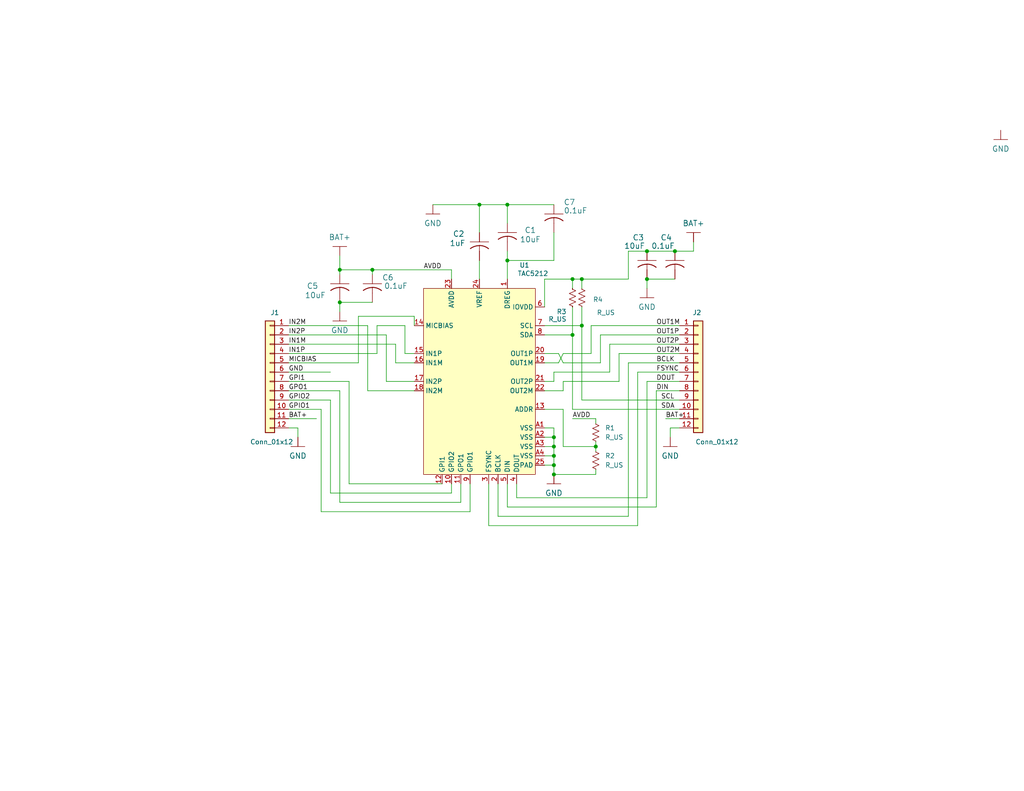
<source format=kicad_sch>
(kicad_sch (version 20231120) (generator "eeschema") (generator_version "8.0")
  (paper "A")
  (title_block (title "tac5") (date "2024-08-28"))
  (lib_symbols
    (symbol "...timc:R_US" (pin_numbers hide) (pin_names (offset 0))
      (property "Reference" "R" (at 0 2.54 0))
      (property "Value" "R_US" (at 0 -2.54 0))
      (symbol "R_US_0_1"
        (polyline (pts (xy -2.286 0) (xy -2.54 0)))
        (polyline (pts (xy 2.286 0) (xy 2.54 0)))
        (polyline (pts (xy -2.286 0) (xy -1.905 0.889) (xy -1.524 0) (xy -1.143 -0.889) (xy -0.762 0)))
        (polyline (pts (xy -0.762 0) (xy -0.381 0.889) (xy 0 0) (xy 0.381 -0.889) (xy 0.762 0)))
        (polyline (pts (xy 0.762 0) (xy 1.143 0.889) (xy 1.524 0) (xy 1.905 -0.889) (xy 2.286 0)))
      )
      (symbol "R_US_1_1"
        (pin passive line (at -2.54 0 0) (length 0.254) (name "~") (number "1"))
        (pin passive line (at 2.54 0 180) (length 0.254) (name "~") (number "2"))
      )
    )
    (symbol "...timc:TAC5212"
      (property "Reference" "U" (at 11.938 26.67 0))
      (symbol "TAC5212_1_1"
        (rectangle (start -15.24 25.4) (end 15.24 -25.4) (fill (type background)))
        (pin unspecified line (at 7.62 27.94 270) (length 2.54) (name "DREG") (number "1"))
        (pin unspecified line (at -7.62 -27.94 90) (length 2.54) (name "GPIO2") (number "10"))
        (pin unspecified line (at -5.08 -27.94 90) (length 2.54) (name "GPO1") (number "11"))
        (pin unspecified line (at -10.16 -27.94 90) (length 2.54) (name "GPI1") (number "12"))
        (pin unspecified line (at 17.78 -7.62 180) (length 2.54) (name "ADDR") (number "13"))
        (pin unspecified line (at -17.78 15.24 0) (length 2.54) (name "MICBIAS") (number "14"))
        (pin unspecified line (at -17.78 7.62 0) (length 2.54) (name "IN1P") (number "15"))
        (pin unspecified line (at -17.78 5.08 0) (length 2.54) (name "IN1M") (number "16"))
        (pin unspecified line (at -17.78 0 0) (length 2.54) (name "IN2P") (number "17"))
        (pin unspecified line (at -17.78 -2.54 0) (length 2.54) (name "IN2M") (number "18"))
        (pin unspecified line (at 17.78 5.08 180) (length 2.54) (name "OUT1M") (number "19"))
        (pin unspecified line (at 5.08 -27.94 90) (length 2.54) (name "BCLK") (number "2"))
        (pin unspecified line (at 17.78 7.62 180) (length 2.54) (name "OUT1P") (number "20"))
        (pin unspecified line (at 17.78 0 180) (length 2.54) (name "OUT2P") (number "21"))
        (pin unspecified line (at 17.78 -2.54 180) (length 2.54) (name "OUT2M") (number "22"))
        (pin unspecified line (at -7.62 27.94 270) (length 2.54) (name "AVDD") (number "23"))
        (pin unspecified line (at 0 27.94 270) (length 2.54) (name "VREF") (number "24"))
        (pin unspecified line (at 17.78 -22.86 180) (length 2.54) (name "PAD") (number "25"))
        (pin unspecified line (at 2.54 -27.94 90) (length 2.54) (name "FSYNC") (number "3"))
        (pin unspecified line (at 10.16 -27.94 90) (length 2.54) (name "DOUT") (number "4"))
        (pin unspecified line (at 7.62 -27.94 90) (length 2.54) (name "DIN") (number "5"))
        (pin unspecified line (at 17.78 20.32 180) (length 2.54) (name "IOVDD") (number "6"))
        (pin unspecified line (at 17.78 15.24 180) (length 2.54) (name "SCL") (number "7"))
        (pin unspecified line (at 17.78 12.7 180) (length 2.54) (name "SDA") (number "8"))
        (pin unspecified line (at -2.54 -27.94 90) (length 2.54) (name "GPIO1") (number "9"))
        (pin unspecified line (at 17.78 -12.7 180) (length 2.54) (name "VSS") (number "A1"))
        (pin unspecified line (at 17.78 -15.24 180) (length 2.54) (name "VSS") (number "A2"))
        (pin unspecified line (at 17.78 -17.78 180) (length 2.54) (name "VSS") (number "A3"))
        (pin unspecified line (at 17.78 -20.32 180) (length 2.54) (name "VSS") (number "A4"))
      )
    )
    (symbol "Connector_Generic:Conn_01x12" (pin_names (offset 1.016) hide)
      (property "Reference" "J" (at 0 15.24 0))
      (property "Value" "Conn_01x12" (at 0 -17.78 0))
      (symbol "Conn_01x12_1_1"
        (rectangle (start -1.27 -15.113) (end 0 -15.367) (stroke (width 0.1524)))
        (rectangle (start -1.27 -12.573) (end 0 -12.827) (stroke (width 0.1524)))
        (rectangle (start -1.27 -10.033) (end 0 -10.287) (stroke (width 0.1524)))
        (rectangle (start -1.27 -7.493) (end 0 -7.747) (stroke (width 0.1524)))
        (rectangle (start -1.27 -4.953) (end 0 -5.207) (stroke (width 0.1524)))
        (rectangle (start -1.27 -2.413) (end 0 -2.667) (stroke (width 0.1524)))
        (rectangle (start -1.27 0.127) (end 0 -0.127) (stroke (width 0.1524)))
        (rectangle (start -1.27 2.667) (end 0 2.413) (stroke (width 0.1524)))
        (rectangle (start -1.27 5.207) (end 0 4.953) (stroke (width 0.1524)))
        (rectangle (start -1.27 7.747) (end 0 7.493) (stroke (width 0.1524)))
        (rectangle (start -1.27 10.287) (end 0 10.033) (stroke (width 0.1524)))
        (rectangle (start -1.27 12.827) (end 0 12.573) (stroke (width 0.1524)))
        (rectangle (start -1.27 13.97) (end 1.27 -16.51) (stroke (width 0.254)) (fill (type background)))
        (pin passive line (at -5.08 12.7 0) (length 3.81) (name "Pin_1") (number "1"))
        (pin passive line (at -5.08 -10.16 0) (length 3.81) (name "Pin_10") (number "10"))
        (pin passive line (at -5.08 -12.7 0) (length 3.81) (name "Pin_11") (number "11"))
        (pin passive line (at -5.08 -15.24 0) (length 3.81) (name "Pin_12") (number "12"))
        (pin passive line (at -5.08 10.16 0) (length 3.81) (name "Pin_2") (number "2"))
        (pin passive line (at -5.08 7.62 0) (length 3.81) (name "Pin_3") (number "3"))
        (pin passive line (at -5.08 5.08 0) (length 3.81) (name "Pin_4") (number "4"))
        (pin passive line (at -5.08 2.54 0) (length 3.81) (name "Pin_5") (number "5"))
        (pin passive line (at -5.08 0 0) (length 3.81) (name "Pin_6") (number "6"))
        (pin passive line (at -5.08 -2.54 0) (length 3.81) (name "Pin_7") (number "7"))
        (pin passive line (at -5.08 -5.08 0) (length 3.81) (name "Pin_8") (number "8"))
        (pin passive line (at -5.08 -7.62 0) (length 3.81) (name "Pin_9") (number "9"))
      )
    )
    (symbol "adapt312:BAT+" (power) (pin_names (offset 1.016))
      (property "Value" "BAT+" (at -2.54 -2.54 0))
      (symbol "BAT+_1_0"
        (polyline (pts (xy -1.905 0) (xy 1.905 0)))
        (pin power_in line (at 0 2.54 270) (length 2.54) (name "BAT+") (number "1"))
      )
    )
    (symbol "adapt312:C-US" (pin_names (offset 1.016))
      (property "Reference" "C" (at 1.016 0.635 0))
      (property "Value" "C-US" (at 1.016 -4.191 0))
      (symbol "C-US_1_0"
        (arc (start 0 -1.016) (mid -1.2956 -1.2294) (end -2.4638 -1.8288) (stroke (width 0.254)))
        (polyline (pts (xy -2.54 0) (xy 2.54 0)))
        (polyline (pts (xy 0 -1.016) (xy 0 -2.54)))
        (arc (start 2.4892 -1.8542) (mid 1.3164 -1.2156) (end 0 -0.9906) (stroke (width 0.254)))
        (pin passive line (at 0 2.54 270) (length 2.54) (name "1") (number "1"))
        (pin passive line (at 0 -5.08 90) (length 2.54) (name "2") (number "2"))
      )
    )
    (symbol "adapt312:GND" (power) (pin_names (offset 1.016))
      (property "Value" "GND" (at -2.54 -2.54 0))
      (symbol "GND_1_0"
        (polyline (pts (xy -1.905 0) (xy 1.905 0)))
        (pin power_in line (at 0 2.54 270) (length 2.54) (name "GND") (number "1"))
      )
    )
  )
  (junction (at 176.53 76.2))
  (junction (at 151.13 119.38))
  (junction (at 184.15 68.58))
  (junction (at 101.6 73.66))
  (junction (at 156.21 91.44))
  (junction (at 158.75 88.9))
  (junction (at 156.21 76.2))
  (junction (at 176.53 68.58))
  (junction (at 151.13 127))
  (junction (at 138.43 55.88))
  (junction (at 151.13 129.54))
  (junction (at 158.75 76.2))
  (junction (at 162.56 121.92))
  (junction (at 92.71 82.55))
  (junction (at 92.71 73.66))
  (junction (at 138.43 71.12))
  (junction (at 130.81 55.88))
  (junction (at 151.13 121.92))
  (junction (at 151.13 124.46))
  (wire (pts (xy 130.81 71.12) (xy 130.81 76.2)))
  (wire (pts (xy 153.67 99.06) (xy 163.83 99.06)))
  (wire (pts (xy 78.74 101.6) (xy 90.17 101.6)))
  (wire (pts (xy 90.17 134.62) (xy 123.19 134.62)))
  (wire (pts (xy 184.15 68.58) (xy 176.53 68.58)))
  (wire (pts (xy 184.15 68.58) (xy 189.23 68.58)))
  (wire (pts (xy 151.13 71.12) (xy 151.13 63.5)))
  (wire (pts (xy 153.67 99.06) (xy 152.4 96.52)))
  (wire (pts (xy 101.6 74.93) (xy 101.6 73.66)))
  (wire (pts (xy 135.89 140.97) (xy 171.45 140.97)))
  (wire (pts (xy 151.13 101.6) (xy 166.37 101.6)))
  (wire (pts (xy 158.75 76.2) (xy 156.21 76.2)))
  (wire (pts (xy 78.74 93.98) (xy 107.95 93.98)))
  (wire (pts (xy 148.59 124.46) (xy 151.13 124.46)))
  (wire (pts (xy 173.99 101.6) (xy 173.99 143.51)))
  (wire (pts (xy 148.59 88.9) (xy 158.75 88.9)))
  (wire (pts (xy 105.41 91.44) (xy 105.41 104.14)))
  (wire (pts (xy 107.95 99.06) (xy 113.03 99.06)))
  (wire (pts (xy 130.81 55.88) (xy 130.81 63.5)))
  (wire (pts (xy 166.37 93.98) (xy 185.42 93.98)))
  (wire (pts (xy 148.59 127) (xy 151.13 127)))
  (wire (pts (xy 176.53 104.14) (xy 176.53 135.89)))
  (wire (pts (xy 123.19 132.08) (xy 123.19 134.62)))
  (wire (pts (xy 185.42 114.3) (xy 181.61 114.3)))
  (wire (pts (xy 138.43 71.12) (xy 151.13 71.12)))
  (wire (pts (xy 162.56 121.92) (xy 162.56 123.19)))
  (wire (pts (xy 100.33 88.9) (xy 100.33 106.68)))
  (wire (pts (xy 133.35 132.08) (xy 133.35 143.51)))
  (wire (pts (xy 156.21 78.74) (xy 156.21 76.2)))
  (wire (pts (xy 148.59 116.84) (xy 151.13 116.84)))
  (wire (pts (xy 78.74 104.14) (xy 95.25 104.14)))
  (wire (pts (xy 151.13 127) (xy 151.13 129.54)))
  (wire (pts (xy 113.03 86.36) (xy 113.03 88.9)))
  (wire (pts (xy 161.29 96.52) (xy 153.67 96.52)))
  (wire (pts (xy 153.67 111.76) (xy 153.67 121.92)))
  (wire (pts (xy 158.75 78.74) (xy 158.75 76.2)))
  (wire (pts (xy 158.75 109.22) (xy 158.75 88.9)))
  (wire (pts (xy 156.21 114.3) (xy 162.56 114.3)))
  (wire (pts (xy 162.56 120.65) (xy 162.56 121.92)))
  (wire (pts (xy 158.75 83.82) (xy 158.75 88.9)))
  (wire (pts (xy 151.13 121.92) (xy 151.13 124.46)))
  (wire (pts (xy 123.19 73.66) (xy 101.6 73.66)))
  (wire (pts (xy 185.42 96.52) (xy 168.91 96.52)))
  (wire (pts (xy 153.67 121.92) (xy 162.56 121.92)))
  (wire (pts (xy 92.71 137.16) (xy 125.73 137.16)))
  (wire (pts (xy 179.07 106.68) (xy 179.07 138.43)))
  (wire (pts (xy 156.21 111.76) (xy 156.21 91.44)))
  (wire (pts (xy 102.87 96.52) (xy 102.87 88.9)))
  (wire (pts (xy 133.35 143.51) (xy 173.99 143.51)))
  (wire (pts (xy 101.6 82.55) (xy 92.71 82.55)))
  (wire (pts (xy 176.53 78.74) (xy 176.53 76.2)))
  (wire (pts (xy 171.45 76.2) (xy 158.75 76.2)))
  (wire (pts (xy 171.45 99.06) (xy 171.45 140.97)))
  (wire (pts (xy 148.59 119.38) (xy 151.13 119.38)))
  (wire (pts (xy 125.73 137.16) (xy 125.73 132.08)))
  (wire (pts (xy 118.11 55.88) (xy 130.81 55.88)))
  (wire (pts (xy 92.71 85.09) (xy 92.71 82.55)))
  (wire (pts (xy 185.42 116.84) (xy 182.88 116.84)))
  (wire (pts (xy 148.59 99.06) (xy 152.4 99.06)))
  (wire (pts (xy 176.53 104.14) (xy 185.42 104.14)))
  (wire (pts (xy 163.83 91.44) (xy 185.42 91.44)))
  (wire (pts (xy 153.67 106.68) (xy 153.67 104.14)))
  (wire (pts (xy 101.6 73.66) (xy 92.71 73.66)))
  (wire (pts (xy 151.13 119.38) (xy 151.13 121.92)))
  (wire (pts (xy 156.21 76.2) (xy 148.59 76.2)))
  (wire (pts (xy 140.97 132.08) (xy 140.97 135.89)))
  (wire (pts (xy 78.74 96.52) (xy 102.87 96.52)))
  (wire (pts (xy 148.59 106.68) (xy 153.67 106.68)))
  (wire (pts (xy 113.03 96.52) (xy 110.49 96.52)))
  (wire (pts (xy 78.74 114.3) (xy 86.36 114.3)))
  (wire (pts (xy 148.59 76.2) (xy 148.59 83.82)))
  (wire (pts (xy 95.25 132.08) (xy 120.65 132.08)))
  (wire (pts (xy 92.71 73.66) (xy 92.71 74.93)))
  (wire (pts (xy 185.42 99.06) (xy 171.45 99.06)))
  (wire (pts (xy 138.43 55.88) (xy 138.43 60.96)))
  (wire (pts (xy 113.03 104.14) (xy 105.41 104.14)))
  (wire (pts (xy 102.87 88.9) (xy 110.49 88.9)))
  (wire (pts (xy 171.45 68.58) (xy 176.53 68.58)))
  (wire (pts (xy 151.13 124.46) (xy 151.13 127)))
  (wire (pts (xy 151.13 104.14) (xy 148.59 104.14)))
  (wire (pts (xy 168.91 96.52) (xy 168.91 104.14)))
  (wire (pts (xy 156.21 111.76) (xy 185.42 111.76)))
  (wire (pts (xy 78.74 88.9) (xy 100.33 88.9)))
  (wire (pts (xy 176.53 76.2) (xy 184.15 76.2)))
  (wire (pts (xy 138.43 71.12) (xy 138.43 76.2)))
  (wire (pts (xy 152.4 99.06) (xy 153.67 96.52)))
  (wire (pts (xy 128.27 132.08) (xy 128.27 139.7)))
  (wire (pts (xy 78.74 116.84) (xy 81.28 116.84)))
  (wire (pts (xy 130.81 55.88) (xy 138.43 55.88)))
  (wire (pts (xy 168.91 104.14) (xy 153.67 104.14)))
  (wire (pts (xy 138.43 55.88) (xy 151.13 55.88)))
  (wire (pts (xy 182.88 116.84) (xy 182.88 119.38)))
  (wire (pts (xy 189.23 68.58) (xy 189.23 66.04)))
  (wire (pts (xy 97.79 99.06) (xy 97.79 86.36)))
  (wire (pts (xy 78.74 111.76) (xy 87.63 111.76)))
  (wire (pts (xy 123.19 76.2) (xy 123.19 73.66)))
  (wire (pts (xy 156.21 83.82) (xy 156.21 91.44)))
  (wire (pts (xy 138.43 68.58) (xy 138.43 71.12)))
  (wire (pts (xy 171.45 68.58) (xy 171.45 76.2)))
  (wire (pts (xy 97.79 86.36) (xy 113.03 86.36)))
  (wire (pts (xy 162.56 114.3) (xy 162.56 115.57)))
  (wire (pts (xy 140.97 135.89) (xy 176.53 135.89)))
  (wire (pts (xy 135.89 132.08) (xy 135.89 140.97)))
  (wire (pts (xy 162.56 129.54) (xy 162.56 128.27)))
  (wire (pts (xy 152.4 96.52) (xy 148.59 96.52)))
  (wire (pts (xy 185.42 106.68) (xy 179.07 106.68)))
  (wire (pts (xy 158.75 109.22) (xy 185.42 109.22)))
  (wire (pts (xy 166.37 101.6) (xy 166.37 93.98)))
  (wire (pts (xy 151.13 129.54) (xy 162.56 129.54)))
  (wire (pts (xy 138.43 138.43) (xy 179.07 138.43)))
  (wire (pts (xy 107.95 93.98) (xy 107.95 99.06)))
  (wire (pts (xy 87.63 139.7) (xy 87.63 111.76)))
  (wire (pts (xy 90.17 109.22) (xy 90.17 134.62)))
  (wire (pts (xy 148.59 91.44) (xy 156.21 91.44)))
  (wire (pts (xy 95.25 104.14) (xy 95.25 132.08)))
  (wire (pts (xy 92.71 73.66) (xy 92.71 69.85)))
  (wire (pts (xy 110.49 96.52) (xy 110.49 88.9)))
  (wire (pts (xy 113.03 106.68) (xy 100.33 106.68)))
  (wire (pts (xy 78.74 91.44) (xy 105.41 91.44)))
  (wire (pts (xy 128.27 139.7) (xy 87.63 139.7)))
  (wire (pts (xy 148.59 111.76) (xy 153.67 111.76)))
  (wire (pts (xy 81.28 116.84) (xy 81.28 119.38)))
  (wire (pts (xy 185.42 88.9) (xy 161.29 88.9)))
  (wire (pts (xy 151.13 116.84) (xy 151.13 119.38)))
  (wire (pts (xy 173.99 101.6) (xy 185.42 101.6)))
  (wire (pts (xy 151.13 101.6) (xy 151.13 104.14)))
  (wire (pts (xy 148.59 121.92) (xy 151.13 121.92)))
  (wire (pts (xy 78.74 106.68) (xy 92.71 106.68)))
  (wire (pts (xy 138.43 138.43) (xy 138.43 132.08)))
  (wire (pts (xy 78.74 99.06) (xy 97.79 99.06)))
  (wire (pts (xy 163.83 99.06) (xy 163.83 91.44)))
  (wire (pts (xy 161.29 88.9) (xy 161.29 96.52)))
  (wire (pts (xy 78.74 109.22) (xy 90.17 109.22)))
  (wire (pts (xy 92.71 106.68) (xy 92.71 137.16)))
  (label "MICBIAS" (at 78.74 99.06 0))
  (label "GPIO2" (at 78.74 109.22 0))
  (label "OUT1P" (at 179.07 91.44 0))
  (label "GPIO1" (at 78.74 111.76 0))
  (label "SDA" (at 180.34 111.76 0))
  (label "IN2M" (at 78.74 88.9 0))
  (label "GPO1" (at 78.74 106.68 0))
  (label "OUT2M" (at 179.07 96.52 0))
  (label "GND" (at 78.74 101.6 0))
  (label "DIN" (at 179.07 106.68 0))
  (label "DOUT" (at 179.07 104.14 0))
  (label "OUT2P" (at 179.07 93.98 0))
  (label "BAT+" (at 181.61 114.3 0))
  (label "IN1P" (at 78.74 96.52 0))
  (label "AVDD" (at 115.57 73.66 0))
  (label "IN2P" (at 78.74 91.44 0))
  (label "BCLK" (at 179.07 99.06 0))
  (label "SCL" (at 180.34 109.22 0))
  (label "OUT1M" (at 179.07 88.9 0))
  (label "GPI1" (at 78.74 104.14 0))
  (label "IN1M" (at 78.74 93.98 0))
  (label "AVDD" (at 156.21 114.3 0))
  (label "FSYNC" (at 179.07 101.6 0))
  (label "BAT+" (at 78.74 114.3 0))
  (symbol (lib_id "adapt312:GND") (at 273.05 38.1 0) (mirror y) (unit 1)
    (property "Reference" "#GND01" (effects (hide yes)))
    (property "Value" "GND" (at 273.05 40.64 0) (effects (font (size 1.4986 1.4986))))
  )
  (symbol (lib_id "adapt312:C-US") (at 176.53 71.12 0) (unit 1)
    (property "Reference" "C3" (at 175.768 64.008 0) (effects (font (size 1.4986 1.4986)) (justify right top)))
    (property "Value" "10uF" (at 176.022 66.294 0) (effects (font (size 1.4986 1.4986)) (justify right top)))
    (property "Footprint" "Capacitor_SMD:C_0603_1608Metric" (effects (hide yes)))
    (property "MFR" "Yageo" (effects (hide yes)))
    (property "MPN" "RC0402FR-070RL" (effects (hide yes)))
    (property "VENDOR" "Digikey" (effects (hide yes)))
    (property "VPN" "311-0.0LRCT-ND" (effects (hide yes)))
  )
  (symbol (lib_id "adapt312:C-US") (at 138.43 63.5 0) (unit 1)
    (property "Reference" "C1" (at 146.304 61.976 0) (effects (font (size 1.4986 1.4986)) (justify right top)))
    (property "Value" "10uF" (at 147.574 64.516 0) (effects (font (size 1.4986 1.4986)) (justify right top)))
    (property "Footprint" "Capacitor_SMD:C_0603_1608Metric" (effects (hide yes)))
    (property "MFR" "Yageo" (effects (hide yes)))
    (property "MPN" "RC0402FR-070RL" (effects (hide yes)))
    (property "VENDOR" "Digikey" (effects (hide yes)))
    (property "VPN" "311-0.0LRCT-ND" (effects (hide yes)))
  )
  (symbol (lib_id "adapt312:GND") (at 151.13 132.08 0) (mirror y) (unit 1)
    (property "Reference" "#GND07" (effects (hide yes)))
    (property "Value" "GND" (at 151.13 134.62 0) (effects (font (size 1.4986 1.4986))))
  )
  (symbol (lib_id "...timc:R_US") (at 156.21 81.28 90) (unit 1)
    (property "Reference" "R3" (at 151.892 85.09 90) (effects (justify right)))
    (property "Value" "R_US" (at 149.606 87.122 90) (effects (justify right)))
    (property "Footprint" "Resistor_SMD:R_0603_1608Metric" (effects (hide yes)))
    (property "Description" "Resistor, US symbol" (effects (hide yes)))
  )
  (symbol (lib_id "Connector_Generic:Conn_01x12") (at 73.66 101.6 0) (mirror y) (unit 1)
    (property "Reference" "J1" (at 76.2 85.344 0) (effects (justify left)))
    (property "Value" "Conn_01x12" (at 80.01 120.65 0) (effects (justify left)))
    (property "Footprint" "Connector_PinHeader_2.54mm:PinHeader_1x12_P2.54mm_Vertical" (effects (hide yes)))
    (property "Description" "Generic connector, single row, 01x12, script generated (kicad-library-utils/schlib/autogen/connector/)" (effects (hide yes)))
  )
  (symbol (lib_id "...timc:R_US") (at 162.56 118.11 90) (unit 1)
    (property "Reference" "R1" (at 165.1 116.8399 90) (effects (justify right)))
    (property "Value" "R_US" (at 165.1 119.3799 90) (effects (justify right)))
    (property "Footprint" "Resistor_SMD:R_0603_1608Metric" (effects (hide yes)))
    (property "Description" "Resistor, US symbol" (effects (hide yes)))
  )
  (symbol (lib_id "adapt312:C-US") (at 130.81 66.04 0) (unit 1)
    (property "Reference" "C2" (at 126.746 62.992 0) (effects (font (size 1.4986 1.4986)) (justify right top)))
    (property "Value" "1uF" (at 127 65.532 0) (effects (font (size 1.4986 1.4986)) (justify right top)))
    (property "Footprint" "Capacitor_SMD:C_0603_1608Metric" (effects (hide yes)))
    (property "MFR" "Yageo" (effects (hide yes)))
    (property "MPN" "RC0402FR-070RL" (effects (hide yes)))
    (property "VENDOR" "Digikey" (effects (hide yes)))
    (property "VPN" "311-0.0LRCT-ND" (effects (hide yes)))
  )
  (symbol (lib_id "adapt312:C-US") (at 184.15 71.12 0) (unit 1)
    (property "Reference" "C4" (at 183.388 64.008 0) (effects (font (size 1.4986 1.4986)) (justify right top)))
    (property "Value" "0.1uF" (at 184.15 66.294 0) (effects (font (size 1.4986 1.4986)) (justify right top)))
    (property "Footprint" "Capacitor_SMD:C_0603_1608Metric" (effects (hide yes)))
    (property "MFR" "Yageo" (effects (hide yes)))
    (property "MPN" "RC0402FR-070RL" (effects (hide yes)))
    (property "VENDOR" "Digikey" (effects (hide yes)))
    (property "VPN" "311-0.0LRCT-ND" (effects (hide yes)))
  )
  (symbol (lib_id "adapt312:BAT+") (at 92.71 67.31 180) (unit 1)
    (property "Reference" "#BAT+02" (effects (hide yes)))
    (property "Value" "BAT+" (at 92.71 64.77 0) (effects (font (size 1.4986 1.4986))))
  )
  (symbol (lib_id "...timc:R_US") (at 162.56 125.73 90) (unit 1)
    (property "Reference" "R2" (at 165.1 124.4599 90) (effects (justify right)))
    (property "Value" "R_US" (at 165.1 126.9999 90) (effects (justify right)))
    (property "Footprint" "Resistor_SMD:R_0603_1608Metric" (effects (hide yes)))
    (property "Description" "Resistor, US symbol" (effects (hide yes)))
  )
  (symbol (lib_id "adapt312:C-US") (at 101.6 77.47 0) (unit 1)
    (property "Reference" "C6" (at 107.442 74.93 0) (effects (font (size 1.4986 1.4986)) (justify right top)))
    (property "Value" "0.1uF" (at 111.252 77.216 0) (effects (font (size 1.4986 1.4986)) (justify right top)))
    (property "Footprint" "Capacitor_SMD:C_0603_1608Metric" (effects (hide yes)))
    (property "MFR" "Yageo" (effects (hide yes)))
    (property "MPN" "RC0402FR-070RL" (effects (hide yes)))
    (property "VENDOR" "Digikey" (effects (hide yes)))
    (property "VPN" "311-0.0LRCT-ND" (effects (hide yes)))
  )
  (symbol (lib_id "adapt312:C-US") (at 92.71 77.47 0) (unit 1)
    (property "Reference" "C5" (at 86.868 77.216 0) (effects (font (size 1.4986 1.4986)) (justify right top)))
    (property "Value" "10uF" (at 88.9 79.756 0) (effects (font (size 1.4986 1.4986)) (justify right top)))
    (property "Footprint" "Capacitor_SMD:C_0603_1608Metric" (effects (hide yes)))
    (property "MFR" "Yageo" (effects (hide yes)))
    (property "MPN" "RC0402FR-070RL" (effects (hide yes)))
    (property "VENDOR" "Digikey" (effects (hide yes)))
    (property "VPN" "311-0.0LRCT-ND" (effects (hide yes)))
  )
  (symbol (lib_id "adapt312:BAT+") (at 189.23 63.5 0) (mirror x) (unit 1)
    (property "Reference" "#BAT+01" (effects (hide yes)))
    (property "Value" "BAT+" (at 189.23 60.96 0) (effects (font (size 1.4986 1.4986))))
  )
  (symbol (lib_id "...timc:R_US") (at 158.75 81.28 90) (unit 1)
    (property "Reference" "R4" (at 161.798 81.788 90) (effects (justify right)))
    (property "Value" "R_US" (at 162.814 85.344 90) (effects (justify right)))
    (property "Footprint" "Resistor_SMD:R_0603_1608Metric" (effects (hide yes)))
    (property "Description" "Resistor, US symbol" (effects (hide yes)))
  )
  (symbol (lib_id "adapt312:GND") (at 182.88 121.92 0) (mirror y) (unit 1)
    (property "Reference" "#GND06" (effects (hide yes)))
    (property "Value" "GND" (at 182.88 124.46 0) (effects (font (size 1.4986 1.4986))))
  )
  (symbol (lib_id "adapt312:GND") (at 92.71 87.63 0) (mirror y) (unit 1)
    (property "Reference" "#GND04" (effects (hide yes)))
    (property "Value" "GND" (at 92.71 90.17 0) (effects (font (size 1.4986 1.4986))))
  )
  (symbol (lib_id "adapt312:GND") (at 176.53 81.28 0) (mirror y) (unit 1)
    (property "Reference" "#GND03" (effects (hide yes)))
    (property "Value" "GND" (at 176.53 83.82 0) (effects (font (size 1.4986 1.4986))))
  )
  (symbol (lib_id "...timc:TAC5212") (at 130.81 104.14 0) (unit 1)
    (property "Reference" "U1" (at 141.732 72.39 0) (effects (justify left)))
    (property "Value" "TAC5212" (at 141.224 74.676 0) (effects (justify left)))
    (property "Footprint" "...timc:VQFN-24-1EP_4x4mm_P0.5mm_EP2.45x2.45mm_ThermalVias" (effects (hide yes)))
  )
  (symbol (lib_id "adapt312:GND") (at 118.11 58.42 0) (mirror y) (unit 1)
    (property "Reference" "#GND02" (effects (hide yes)))
    (property "Value" "GND" (at 118.11 60.96 0) (effects (font (size 1.4986 1.4986))))
  )
  (symbol (lib_id "Connector_Generic:Conn_01x12") (at 190.5 101.6 0) (unit 1)
    (property "Reference" "J2" (at 188.976 85.344 0) (effects (justify left)))
    (property "Value" "Conn_01x12" (at 189.738 120.65 0) (effects (justify left)))
    (property "Footprint" "Connector_PinHeader_2.54mm:PinHeader_1x12_P2.54mm_Vertical" (effects (hide yes)))
    (property "Description" "Generic connector, single row, 01x12, script generated (kicad-library-utils/schlib/autogen/connector/)" (effects (hide yes)))
  )
  (symbol (lib_id "adapt312:GND") (at 81.28 121.92 0) (mirror y) (unit 1)
    (property "Reference" "#GND05" (effects (hide yes)))
    (property "Value" "GND" (at 81.28 124.46 0) (effects (font (size 1.4986 1.4986))))
  )
  (symbol (lib_id "adapt312:C-US") (at 151.13 58.42 0) (unit 1)
    (property "Reference" "C7" (at 156.972 54.356 0) (effects (font (size 1.4986 1.4986)) (justify right top)))
    (property "Value" "0.1uF" (at 160.274 56.642 0) (effects (font (size 1.4986 1.4986)) (justify right top)))
    (property "Footprint" "Capacitor_SMD:C_0603_1608Metric" (effects (hide yes)))
    (property "MFR" "Yageo" (effects (hide yes)))
    (property "MPN" "RC0402FR-070RL" (effects (hide yes)))
    (property "VENDOR" "Digikey" (effects (hide yes)))
    (property "VPN" "311-0.0LRCT-ND" (effects (hide yes)))
  )
)
</source>
